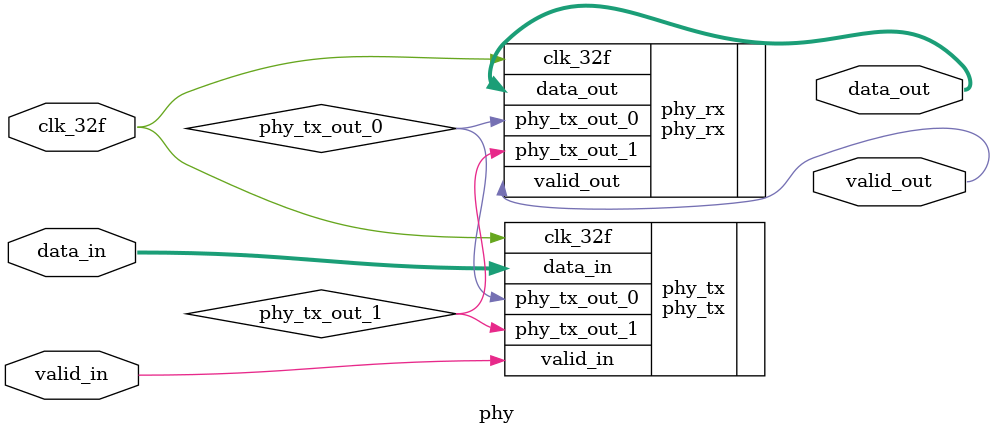
<source format=v>
`include "phy_rx.v"
`include "phy_tx.v"
`include "clock_generator.v"


module phy (input [31:0] data_in,
    input valid_in,
    input clk_32f,
    output [31:0] data_out,
    output valid_out);

    //Cables para salidas de modulo de phy_tx
    wire phy_tx_out_0, phy_tx_out_1;

    phy_tx phy_tx(/*AUTOINST*/
		  // Outputs
		  .phy_tx_out_0		(phy_tx_out_0),
		  .phy_tx_out_1		(phy_tx_out_1),
		  // Inputs
		  .data_in		(data_in[31:0]),
		  .valid_in		(valid_in),
		  .clk_32f		(clk_32f));

    phy_rx phy_rx(/*AUTOINST*/
		  // Outputs
		  .data_out		(data_out[31:0]),
		  .valid_out		(valid_out),
		  // Inputs
		  .phy_tx_out_0		(phy_tx_out_0),
		  .phy_tx_out_1		(phy_tx_out_1),
		  .clk_32f		(clk_32f));

    endmodule

</source>
